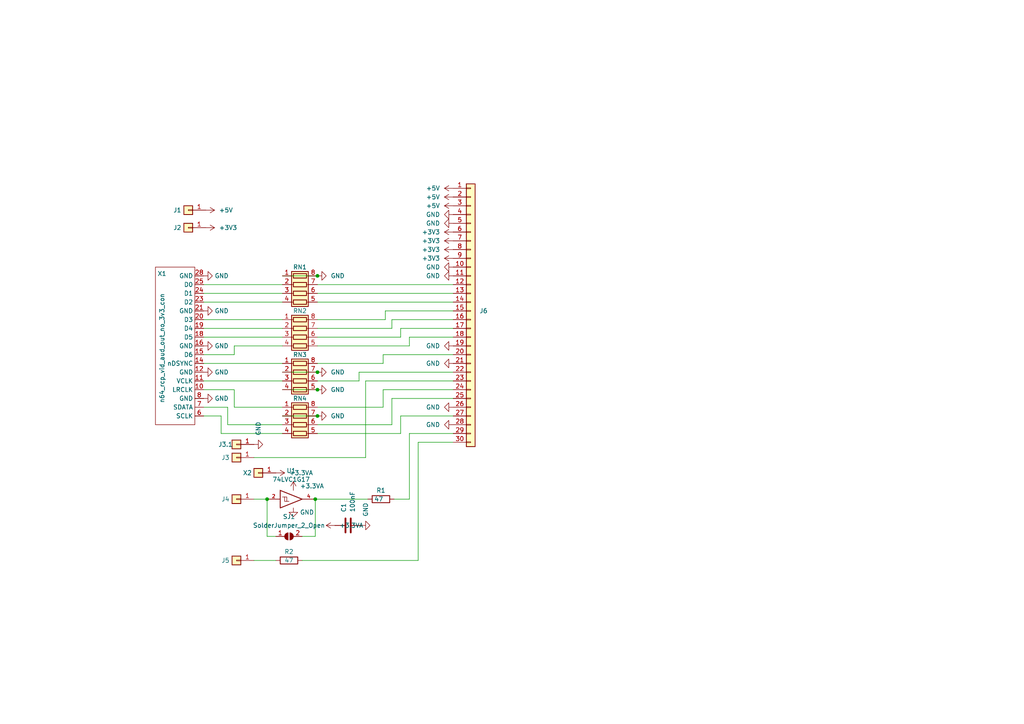
<source format=kicad_sch>
(kicad_sch (version 20211123) (generator eeschema)
  (paper "A4")
  (title_block (title "RCP2N64Adv2") (rev "v20220903") (company "Peter 'borti4938' Bartmann") (comment 1 "Schematic and PCB (c) 2021, 2022 by Peter Bartmann") (comment 2 "Licensed under CERN-OHL-W v2"))
  (lib_symbols
    (symbol "74xGxx:74LVC1G17" (pin_names (offset 1.016))
      (property "Reference" "U" (at -2.54 3.81 0))
      (property "Value" "74LVC1G17" (at 0 -3.81 0))
      (symbol "74LVC1G17_0_1"
        (polyline (pts (xy -2.54 0.635) (xy -1.905 0.635) (xy -1.905 -0.635)))
        (polyline (pts (xy -3.81 2.54) (xy -3.81 -2.54) (xy 2.54 0) (xy -3.81 2.54)) (stroke (width 0.254)))
        (polyline (pts (xy -3.175 0.635) (xy -2.54 0.635) (xy -2.54 -0.635) (xy -1.27 -0.635)))
      )
      (symbol "74LVC1G17_1_1"
        (pin input line (at -7.62 0 0) (length 3.81) (name "~") (number "2"))
        (pin power_in line (at 0 -2.54 270) (length 0) hide (name "GND") (number "3"))
        (pin output line (at 6.35 0 180) (length 3.81) (name "~") (number "4"))
        (pin power_in line (at 0 2.54 90) (length 0) hide (name "VCC") (number "5"))
      )
    )
    (symbol "Connector_Generic:Conn_01x01" (pin_names (offset 1.016) hide)
      (property "Reference" "J" (at 0 2.54 0))
      (property "Value" "Conn_01x01" (at 0 -2.54 0))
      (symbol "Conn_01x01_1_1"
        (rectangle (start -1.27 0.127) (end 0 -0.127) (stroke (width 0.1524)))
        (rectangle (start -1.27 1.27) (end 1.27 -1.27) (stroke (width 0.254)) (fill (type background)))
        (pin passive line (at -5.08 0 0) (length 3.81) (name "Pin_1") (number "1"))
      )
    )
    (symbol "Connector_Generic:Conn_01x30" (pin_names (offset 1.016) hide)
      (property "Reference" "J" (at 0 38.1 0))
      (property "Value" "Conn_01x30" (at 0 -40.64 0))
      (symbol "Conn_01x30_1_1"
        (rectangle (start -1.27 -37.973) (end 0 -38.227) (stroke (width 0.1524)))
        (rectangle (start -1.27 -35.433) (end 0 -35.687) (stroke (width 0.1524)))
        (rectangle (start -1.27 -32.893) (end 0 -33.147) (stroke (width 0.1524)))
        (rectangle (start -1.27 -30.353) (end 0 -30.607) (stroke (width 0.1524)))
        (rectangle (start -1.27 -27.813) (end 0 -28.067) (stroke (width 0.1524)))
        (rectangle (start -1.27 -25.273) (end 0 -25.527) (stroke (width 0.1524)))
        (rectangle (start -1.27 -22.733) (end 0 -22.987) (stroke (width 0.1524)))
        (rectangle (start -1.27 -20.193) (end 0 -20.447) (stroke (width 0.1524)))
        (rectangle (start -1.27 -17.653) (end 0 -17.907) (stroke (width 0.1524)))
        (rectangle (start -1.27 -15.113) (end 0 -15.367) (stroke (width 0.1524)))
        (rectangle (start -1.27 -12.573) (end 0 -12.827) (stroke (width 0.1524)))
        (rectangle (start -1.27 -10.033) (end 0 -10.287) (stroke (width 0.1524)))
        (rectangle (start -1.27 -7.493) (end 0 -7.747) (stroke (width 0.1524)))
        (rectangle (start -1.27 -4.953) (end 0 -5.207) (stroke (width 0.1524)))
        (rectangle (start -1.27 -2.413) (end 0 -2.667) (stroke (width 0.1524)))
        (rectangle (start -1.27 0.127) (end 0 -0.127) (stroke (width 0.1524)))
        (rectangle (start -1.27 2.667) (end 0 2.413) (stroke (width 0.1524)))
        (rectangle (start -1.27 5.207) (end 0 4.953) (stroke (width 0.1524)))
        (rectangle (start -1.27 7.747) (end 0 7.493) (stroke (width 0.1524)))
        (rectangle (start -1.27 10.287) (end 0 10.033) (stroke (width 0.1524)))
        (rectangle (start -1.27 12.827) (end 0 12.573) (stroke (width 0.1524)))
        (rectangle (start -1.27 15.367) (end 0 15.113) (stroke (width 0.1524)))
        (rectangle (start -1.27 17.907) (end 0 17.653) (stroke (width 0.1524)))
        (rectangle (start -1.27 20.447) (end 0 20.193) (stroke (width 0.1524)))
        (rectangle (start -1.27 22.987) (end 0 22.733) (stroke (width 0.1524)))
        (rectangle (start -1.27 25.527) (end 0 25.273) (stroke (width 0.1524)))
        (rectangle (start -1.27 28.067) (end 0 27.813) (stroke (width 0.1524)))
        (rectangle (start -1.27 30.607) (end 0 30.353) (stroke (width 0.1524)))
        (rectangle (start -1.27 33.147) (end 0 32.893) (stroke (width 0.1524)))
        (rectangle (start -1.27 35.687) (end 0 35.433) (stroke (width 0.1524)))
        (rectangle (start -1.27 36.83) (end 1.27 -39.37) (stroke (width 0.254)) (fill (type background)))
        (pin passive line (at -5.08 35.56 0) (length 3.81) (name "Pin_1") (number "1"))
        (pin passive line (at -5.08 12.7 0) (length 3.81) (name "Pin_10") (number "10"))
        (pin passive line (at -5.08 10.16 0) (length 3.81) (name "Pin_11") (number "11"))
        (pin passive line (at -5.08 7.62 0) (length 3.81) (name "Pin_12") (number "12"))
        (pin passive line (at -5.08 5.08 0) (length 3.81) (name "Pin_13") (number "13"))
        (pin passive line (at -5.08 2.54 0) (length 3.81) (name "Pin_14") (number "14"))
        (pin passive line (at -5.08 0 0) (length 3.81) (name "Pin_15") (number "15"))
        (pin passive line (at -5.08 -2.54 0) (length 3.81) (name "Pin_16") (number "16"))
        (pin passive line (at -5.08 -5.08 0) (length 3.81) (name "Pin_17") (number "17"))
        (pin passive line (at -5.08 -7.62 0) (length 3.81) (name "Pin_18") (number "18"))
        (pin passive line (at -5.08 -10.16 0) (length 3.81) (name "Pin_19") (number "19"))
        (pin passive line (at -5.08 33.02 0) (length 3.81) (name "Pin_2") (number "2"))
        (pin passive line (at -5.08 -12.7 0) (length 3.81) (name "Pin_20") (number "20"))
        (pin passive line (at -5.08 -15.24 0) (length 3.81) (name "Pin_21") (number "21"))
        (pin passive line (at -5.08 -17.78 0) (length 3.81) (name "Pin_22") (number "22"))
        (pin passive line (at -5.08 -20.32 0) (length 3.81) (name "Pin_23") (number "23"))
        (pin passive line (at -5.08 -22.86 0) (length 3.81) (name "Pin_24") (number "24"))
        (pin passive line (at -5.08 -25.4 0) (length 3.81) (name "Pin_25") (number "25"))
        (pin passive line (at -5.08 -27.94 0) (length 3.81) (name "Pin_26") (number "26"))
        (pin passive line (at -5.08 -30.48 0) (length 3.81) (name "Pin_27") (number "27"))
        (pin passive line (at -5.08 -33.02 0) (length 3.81) (name "Pin_28") (number "28"))
        (pin passive line (at -5.08 -35.56 0) (length 3.81) (name "Pin_29") (number "29"))
        (pin passive line (at -5.08 30.48 0) (length 3.81) (name "Pin_3") (number "3"))
        (pin passive line (at -5.08 -38.1 0) (length 3.81) (name "Pin_30") (number "30"))
        (pin passive line (at -5.08 27.94 0) (length 3.81) (name "Pin_4") (number "4"))
        (pin passive line (at -5.08 25.4 0) (length 3.81) (name "Pin_5") (number "5"))
        (pin passive line (at -5.08 22.86 0) (length 3.81) (name "Pin_6") (number "6"))
        (pin passive line (at -5.08 20.32 0) (length 3.81) (name "Pin_7") (number "7"))
        (pin passive line (at -5.08 17.78 0) (length 3.81) (name "Pin_8") (number "8"))
        (pin passive line (at -5.08 15.24 0) (length 3.81) (name "Pin_9") (number "9"))
      )
    )
    (symbol "Device:C" (pin_numbers hide) (pin_names (offset 0.254))
      (property "Reference" "C" (at 0.635 2.54 0))
      (property "Value" "C" (at 0.635 -2.54 0))
      (symbol "C_0_1"
        (polyline (pts (xy -2.032 -0.762) (xy 2.032 -0.762)) (stroke (width 0.508)))
        (polyline (pts (xy -2.032 0.762) (xy 2.032 0.762)) (stroke (width 0.508)))
      )
      (symbol "C_1_1"
        (pin passive line (at 0 3.81 270) (length 2.794) (name "~") (number "1"))
        (pin passive line (at 0 -3.81 90) (length 2.794) (name "~") (number "2"))
      )
    )
    (symbol "Device:R" (pin_numbers hide) (pin_names (offset 0))
      (property "Reference" "R" (at 2.032 0 90))
      (property "Value" "R" (at 0 0 90))
      (symbol "R_0_1"
        (rectangle (start -1.016 -2.54) (end 1.016 2.54) (stroke (width 0.254)))
      )
      (symbol "R_1_1"
        (pin passive line (at 0 3.81 270) (length 1.27) (name "~") (number "1"))
        (pin passive line (at 0 -3.81 90) (length 1.27) (name "~") (number "2"))
      )
    )
    (symbol "Device:R_Pack04" (pin_names (offset 0) hide)
      (property "Reference" "RN" (at -7.62 0 90))
      (property "Value" "R_Pack04" (at 5.08 0 90))
      (symbol "R_Pack04_0_1"
        (rectangle (start -6.35 -2.413) (end 3.81 2.413) (stroke (width 0.254)) (fill (type background)))
        (rectangle (start -5.715 1.905) (end -4.445 -1.905) (stroke (width 0.254)))
        (rectangle (start -3.175 1.905) (end -1.905 -1.905) (stroke (width 0.254)))
        (rectangle (start -0.635 1.905) (end 0.635 -1.905) (stroke (width 0.254)))
        (polyline (pts (xy -5.08 -2.54) (xy -5.08 -1.905)))
        (polyline (pts (xy -5.08 1.905) (xy -5.08 2.54)))
        (polyline (pts (xy -2.54 -2.54) (xy -2.54 -1.905)))
        (polyline (pts (xy -2.54 1.905) (xy -2.54 2.54)))
        (polyline (pts (xy 0 -2.54) (xy 0 -1.905)))
        (polyline (pts (xy 0 1.905) (xy 0 2.54)))
        (polyline (pts (xy 2.54 -2.54) (xy 2.54 -1.905)))
        (polyline (pts (xy 2.54 1.905) (xy 2.54 2.54)))
        (rectangle (start 1.905 1.905) (end 3.175 -1.905) (stroke (width 0.254)))
      )
      (symbol "R_Pack04_1_1"
        (pin passive line (at -5.08 -5.08 90) (length 2.54) (name "R1.1") (number "1"))
        (pin passive line (at -2.54 -5.08 90) (length 2.54) (name "R2.1") (number "2"))
        (pin passive line (at 0 -5.08 90) (length 2.54) (name "R3.1") (number "3"))
        (pin passive line (at 2.54 -5.08 90) (length 2.54) (name "R4.1") (number "4"))
        (pin passive line (at 2.54 5.08 270) (length 2.54) (name "R4.2") (number "5"))
        (pin passive line (at 0 5.08 270) (length 2.54) (name "R3.2") (number "6"))
        (pin passive line (at -2.54 5.08 270) (length 2.54) (name "R2.2") (number "7"))
        (pin passive line (at -5.08 5.08 270) (length 2.54) (name "R1.2") (number "8"))
      )
    )
    (symbol "Jumper:SolderJumper_2_Open" (pin_names (offset 0) hide)
      (property "Reference" "JP" (at 0 2.032 0))
      (property "Value" "SolderJumper_2_Open" (at 0 -2.54 0))
      (symbol "SolderJumper_2_Open_0_1"
        (arc (start -0.254 1.016) (mid -1.27 0) (end -0.254 -1.016))
        (arc (start -0.254 1.016) (mid -1.27 0) (end -0.254 -1.016) (fill (type outline)))
        (polyline (pts (xy -0.254 1.016) (xy -0.254 -1.016)))
        (polyline (pts (xy 0.254 1.016) (xy 0.254 -1.016)))
        (arc (start 0.254 -1.016) (mid 1.27 0) (end 0.254 1.016))
        (arc (start 0.254 -1.016) (mid 1.27 0) (end 0.254 1.016) (fill (type outline)))
      )
      (symbol "SolderJumper_2_Open_1_1"
        (pin passive line (at -3.81 0 0) (length 2.54) (name "A") (number "1"))
        (pin passive line (at 3.81 0 180) (length 2.54) (name "B") (number "2"))
      )
    )
    (symbol "n64_rcp:n64_rcp_vid_aud_out_no_3v3_con"
      (property "Reference" "X" (at -2.54 24.13 0))
      (property "Value" "n64_rcp_vid_aud_out_no_3v3_con" (at -6.35 2.54 90))
      (symbol "n64_rcp_vid_aud_out_no_3v3_con_0_1"
        (rectangle (start -7.62 22.86) (end 3.81 -22.86))
      )
      (symbol "n64_rcp_vid_aud_out_no_3v3_con_1_1"
        (pin output line (at 6.35 -12.7 180) (length 2.54) (name "LRCLK") (number "10"))
        (pin output line (at 6.35 -10.16 180) (length 2.54) (name "VCLK") (number "11"))
        (pin power_out line (at 6.35 -7.62 180) (length 2.54) (name "GND") (number "12"))
        (pin output line (at 6.35 -5.08 180) (length 2.54) (name "nDSYNC") (number "14"))
        (pin output line (at 6.35 -2.54 180) (length 2.54) (name "D6") (number "15"))
        (pin power_out line (at 6.35 0 180) (length 2.54) (name "GND") (number "16"))
        (pin output line (at 6.35 2.54 180) (length 2.54) (name "D5") (number "18"))
        (pin output line (at 6.35 5.08 180) (length 2.54) (name "D4") (number "19"))
        (pin output line (at 6.35 7.62 180) (length 2.54) (name "D3") (number "20"))
        (pin power_out line (at 6.35 10.16 180) (length 2.54) (name "GND") (number "21"))
        (pin output line (at 6.35 12.7 180) (length 2.54) (name "D2") (number "23"))
        (pin output line (at 6.35 15.24 180) (length 2.54) (name "D1") (number "24"))
        (pin output line (at 6.35 17.78 180) (length 2.54) (name "D0") (number "25"))
        (pin power_out line (at 6.35 20.32 180) (length 2.54) (name "GND") (number "28"))
        (pin output line (at 6.35 -20.32 180) (length 2.54) (name "SCLK") (number "6"))
        (pin output line (at 6.35 -17.78 180) (length 2.54) (name "SDATA") (number "7"))
        (pin power_out line (at 6.35 -15.24 180) (length 2.54) (name "GND") (number "8"))
      )
    )
    (symbol "power:+3.3VA" (power) (pin_names (offset 0))
      (property "Value" "+3.3VA" (at 0 3.556 0))
      (symbol "+3.3VA_0_1"
        (polyline (pts (xy -0.762 1.27) (xy 0 2.54)))
        (polyline (pts (xy 0 0) (xy 0 2.54)))
        (polyline (pts (xy 0 2.54) (xy 0.762 1.27)))
      )
      (symbol "+3.3VA_1_1"
        (pin power_in line (at 0 0 90) (length 0) hide (name "+3.3VA") (number "1"))
      )
    )
    (symbol "power:+3V3" (power) (pin_names (offset 0))
      (property "Value" "+3V3" (at 0 3.556 0))
      (symbol "+3V3_0_1"
        (polyline (pts (xy -0.762 1.27) (xy 0 2.54)))
        (polyline (pts (xy 0 0) (xy 0 2.54)))
        (polyline (pts (xy 0 2.54) (xy 0.762 1.27)))
      )
      (symbol "+3V3_1_1"
        (pin power_in line (at 0 0 90) (length 0) hide (name "+3V3") (number "1"))
      )
    )
    (symbol "power:+5V" (power) (pin_names (offset 0))
      (property "Value" "+5V" (at 0 3.556 0))
      (symbol "+5V_0_1"
        (polyline (pts (xy -0.762 1.27) (xy 0 2.54)))
        (polyline (pts (xy 0 0) (xy 0 2.54)))
        (polyline (pts (xy 0 2.54) (xy 0.762 1.27)))
      )
      (symbol "+5V_1_1"
        (pin power_in line (at 0 0 90) (length 0) hide (name "+5V") (number "1"))
      )
    )
    (symbol "power:GND" (power) (pin_names (offset 0))
      (property "Value" "GND" (at 0 -3.81 0))
      (symbol "GND_0_1"
        (polyline (pts (xy 0 0) (xy 0 -1.27) (xy 1.27 -1.27) (xy 0 -2.54) (xy -1.27 -1.27) (xy 0 -1.27)))
      )
      (symbol "GND_1_1"
        (pin power_in line (at 0 0 270) (length 0) hide (name "GND") (number "1"))
      )
    )
  )
  (junction (at 77.47 144.78))
  (junction (at 92.075 80.01))
  (junction (at 92.075 113.03))
  (junction (at 91.44 144.78))
  (junction (at 92.075 107.95))
  (junction (at 92.075 120.65))
  (wire (pts (xy 92.075 95.25) (xy 113.665 95.25)))
  (wire (pts (xy 87.63 155.575) (xy 91.44 155.575)))
  (wire (pts (xy 116.205 120.65) (xy 131.445 120.65)))
  (wire (pts (xy 106.68 144.78) (xy 91.44 144.78)))
  (wire (pts (xy 116.205 95.25) (xy 131.445 95.25)))
  (wire (pts (xy 67.945 100.33) (xy 67.945 102.87)))
  (wire (pts (xy 92.075 82.55) (xy 131.445 82.55)))
  (wire (pts (xy 73.66 132.715) (xy 106.045 132.715)))
  (wire (pts (xy 111.125 102.87) (xy 131.445 102.87)))
  (wire (pts (xy 59.055 87.63) (xy 81.915 87.63)))
  (wire (pts (xy 92.075 85.09) (xy 131.445 85.09)))
  (wire (pts (xy 73.66 162.56) (xy 80.01 162.56)))
  (wire (pts (xy 64.135 125.73) (xy 64.135 120.65)))
  (wire (pts (xy 81.915 113.03) (xy 92.075 113.03)))
  (wire (pts (xy 92.075 123.19) (xy 113.665 123.19)))
  (wire (pts (xy 116.205 97.79) (xy 116.205 95.25)))
  (wire (pts (xy 59.055 110.49) (xy 81.915 110.49)))
  (wire (pts (xy 113.665 115.57) (xy 131.445 115.57)))
  (wire (pts (xy 113.665 95.25) (xy 113.665 92.71)))
  (wire (pts (xy 131.445 125.73) (xy 118.745 125.73)))
  (wire (pts (xy 113.665 92.71) (xy 131.445 92.71)))
  (wire (pts (xy 92.075 110.49) (xy 104.14 110.49)))
  (wire (pts (xy 92.075 87.63) (xy 131.445 87.63)))
  (wire (pts (xy 59.055 92.71) (xy 81.915 92.71)))
  (wire (pts (xy 59.055 118.11) (xy 66.04 118.11)))
  (wire (pts (xy 59.055 105.41) (xy 81.915 105.41)))
  (wire (pts (xy 118.745 144.78) (xy 114.3 144.78)))
  (wire (pts (xy 131.445 128.27) (xy 121.285 128.27)))
  (wire (pts (xy 81.915 125.73) (xy 64.135 125.73)))
  (wire (pts (xy 77.47 144.78) (xy 77.47 155.575)))
  (wire (pts (xy 104.14 107.95) (xy 104.14 110.49)))
  (wire (pts (xy 59.055 82.55) (xy 81.915 82.55)))
  (wire (pts (xy 64.135 120.65) (xy 59.055 120.65)))
  (wire (pts (xy 81.915 107.95) (xy 92.075 107.95)))
  (wire (pts (xy 106.045 110.49) (xy 106.045 132.715)))
  (wire (pts (xy 111.125 105.41) (xy 111.125 102.87)))
  (wire (pts (xy 92.075 118.11) (xy 111.125 118.11)))
  (wire (pts (xy 92.075 100.33) (xy 118.745 100.33)))
  (wire (pts (xy 67.945 102.87) (xy 59.055 102.87)))
  (wire (pts (xy 77.47 155.575) (xy 80.01 155.575)))
  (wire (pts (xy 118.745 125.73) (xy 118.745 144.78)))
  (wire (pts (xy 59.055 85.09) (xy 81.915 85.09)))
  (wire (pts (xy 59.055 95.25) (xy 81.915 95.25)))
  (wire (pts (xy 111.125 118.11) (xy 111.125 113.03)))
  (wire (pts (xy 92.075 92.71) (xy 111.76 92.71)))
  (wire (pts (xy 121.285 128.27) (xy 121.285 162.56)))
  (wire (pts (xy 59.055 97.79) (xy 81.915 97.79)))
  (wire (pts (xy 66.04 123.19) (xy 81.915 123.19)))
  (wire (pts (xy 118.745 100.33) (xy 118.745 97.79)))
  (wire (pts (xy 92.075 105.41) (xy 111.125 105.41)))
  (wire (pts (xy 92.075 125.73) (xy 116.205 125.73)))
  (wire (pts (xy 73.66 144.78) (xy 77.47 144.78)))
  (wire (pts (xy 118.745 97.79) (xy 131.445 97.79)))
  (wire (pts (xy 59.055 113.03) (xy 67.945 113.03)))
  (wire (pts (xy 91.44 155.575) (xy 91.44 144.78)))
  (wire (pts (xy 111.125 113.03) (xy 131.445 113.03)))
  (wire (pts (xy 81.915 120.65) (xy 92.075 120.65)))
  (wire (pts (xy 111.76 90.17) (xy 131.445 90.17)))
  (wire (pts (xy 66.04 118.11) (xy 66.04 123.19)))
  (wire (pts (xy 81.915 100.33) (xy 67.945 100.33)))
  (wire (pts (xy 81.915 80.01) (xy 92.075 80.01)))
  (wire (pts (xy 67.945 118.11) (xy 81.915 118.11)))
  (wire (pts (xy 106.045 110.49) (xy 131.445 110.49)))
  (wire (pts (xy 92.075 97.79) (xy 116.205 97.79)))
  (wire (pts (xy 104.14 107.95) (xy 131.445 107.95)))
  (wire (pts (xy 116.205 125.73) (xy 116.205 120.65)))
  (wire (pts (xy 111.76 92.71) (xy 111.76 90.17)))
  (wire (pts (xy 121.285 162.56) (xy 87.63 162.56)))
  (wire (pts (xy 67.945 113.03) (xy 67.945 118.11)))
  (wire (pts (xy 113.665 123.19) (xy 113.665 115.57)))
  (symbol (lib_id "power:GND") (at 131.445 100.33 270) (unit 1)
    (property "Reference" "#PWR0122" (effects hide))
    (property "Value" "GND" (at 127.635 100.3299 90) (effects (justify right)))
  )
  (symbol (lib_id "power:GND") (at 131.445 77.47 270) (unit 1)
    (property "Reference" "#PWR0114" (effects hide))
    (property "Value" "GND" (at 127.635 77.4699 90) (effects (justify right)))
  )
  (symbol (lib_id "Device:R") (at 83.82 162.56 90) (unit 1)
    (property "Reference" "R2" (at 83.82 160.02 90))
    (property "Value" "47" (at 83.82 162.56 90))
    (property "Footprint" "Resistor_SMD:R_0603_1608Metric_Pad0.98x0.95mm_HandSolder" (effects hide))
  )
  (symbol (lib_id "power:+3V3") (at 59.69 66.04 270) (unit 1)
    (property "Reference" "#PWR0102" (effects hide))
    (property "Value" "+3V3" (at 63.5 66.0399 90) (effects (justify left)))
  )
  (symbol (lib_id "power:GND") (at 73.66 128.905 90) (unit 1)
    (property "Reference" "#PWR0127" (effects hide))
    (property "Value" "GND" (at 74.9299 126.365 0) (effects (justify left)))
  )
  (symbol (lib_id "power:GND") (at 59.055 100.33 90) (unit 1)
    (property "Reference" "#PWR0104" (effects hide))
    (property "Value" "GND" (at 62.23 100.3299 90) (effects (justify right)))
  )
  (symbol (lib_id "Device:R_Pack04") (at 86.995 97.79 270) (unit 1)
    (property "Reference" "RN2" (at 86.995 90.17 90))
    (property "Value" "R_Pack04" (effects hide))
    (property "Footprint" "Resistor_SMD:R_Array_Convex_4x0603" (effects hide))
  )
  (symbol (lib_id "74xGxx:74LVC1G17") (at 85.09 144.78 0) (unit 1)
    (property "Reference" "U1" (at 84.455 136.525 0))
    (property "Value" "74LVC1G17" (at 84.455 139.065 0))
    (property "Footprint" "Package_SO:TSOP-5_1.65x3.05mm_P0.95mm" (effects hide))
    (property "Datasheet" "http://www.ti.com/lit/sg/scyt129e/scyt129e.pdf" (effects hide))
  )
  (symbol (lib_id "n64_rcp:n64_rcp_vid_aud_out_no_3v3_con") (at 52.705 100.33 0) (unit 1) (in_bom no)
    (property "Reference" "X1" (at 46.99 79.375 0))
    (property "Value" "n64_rcp_vid_aud_out_no_3v3_con" (at 46.99 100.965 90))
    (property "Footprint" "n64rcp:Connector_RCP_Vi+Aud_Interface_no_3V3" (effects hide))
  )
  (symbol (lib_id "power:GND") (at 104.775 152.4 90) (unit 1)
    (property "Reference" "#PWR0130" (effects hide))
    (property "Value" "GND" (at 106.0449 149.86 0) (effects (justify left)))
  )
  (symbol (lib_id "Connector_Generic:Conn_01x01") (at 54.61 60.96 180) (unit 1) (in_bom no)
    (property "Reference" "J1" (at 51.435 60.96 0))
    (property "Value" "Conn_01x01" (effects hide))
    (property "Footprint" "smd_edge_con:large" (effects hide))
  )
  (symbol (lib_id "power:+5V") (at 131.445 59.69 90) (unit 1)
    (property "Reference" "#PWR0111" (effects hide))
    (property "Value" "+5V" (at 127.635 59.6899 90) (effects (justify left)))
  )
  (symbol (lib_id "power:GND") (at 131.445 123.19 270) (unit 1)
    (property "Reference" "#PWR0120" (effects hide))
    (property "Value" "GND" (at 127.635 123.1899 90) (effects (justify right)))
  )
  (symbol (lib_id "Device:R") (at 110.49 144.78 90) (unit 1)
    (property "Reference" "R1" (at 110.49 142.24 90))
    (property "Value" "47" (at 109.855 144.78 90))
    (property "Footprint" "Resistor_SMD:R_0603_1608Metric_Pad0.98x0.95mm_HandSolder" (effects hide))
  )
  (symbol (lib_id "Connector_Generic:Conn_01x01") (at 68.58 144.78 180) (unit 1) (in_bom no)
    (property "Reference" "J4" (at 65.405 144.78 0))
    (property "Value" "Conn_01x01" (effects hide))
    (property "Footprint" "smd_edge_con:medium" (effects hide))
  )
  (symbol (lib_id "power:GND") (at 92.075 80.01 90) (unit 1)
    (property "Reference" "#PWR0108" (effects hide))
    (property "Value" "GND" (at 95.885 80.0099 90) (effects (justify right)))
  )
  (symbol (lib_id "power:GND") (at 59.055 107.95 90) (unit 1)
    (property "Reference" "#PWR0107" (effects hide))
    (property "Value" "GND" (at 62.23 107.9499 90) (effects (justify right)))
  )
  (symbol (lib_id "power:GND") (at 59.055 90.17 90) (unit 1)
    (property "Reference" "#PWR0105" (effects hide))
    (property "Value" "GND" (at 62.23 90.1699 90) (effects (justify right)))
  )
  (symbol (lib_id "power:GND") (at 131.445 118.11 270) (unit 1)
    (property "Reference" "#PWR0121" (effects hide))
    (property "Value" "GND" (at 127.635 118.1099 90) (effects (justify right)))
  )
  (symbol (lib_id "power:+3V3") (at 131.445 74.93 90) (unit 1)
    (property "Reference" "#PWR0118" (effects hide))
    (property "Value" "+3V3" (at 127.635 74.9299 90) (effects (justify left)))
  )
  (symbol (lib_id "Connector_Generic:Conn_01x01") (at 68.58 132.715 180) (unit 1) (in_bom no)
    (property "Reference" "J3" (at 65.405 132.715 0))
    (property "Value" "Conn_01x01" (effects hide))
    (property "Footprint" "TestPoint:TestPoint_Pad_D1.5mm" (effects hide))
  )
  (symbol (lib_id "power:+3V3") (at 131.445 67.31 90) (unit 1)
    (property "Reference" "#PWR0116" (effects hide))
    (property "Value" "+3V3" (at 127.635 67.3099 90) (effects (justify left)))
  )
  (symbol (lib_id "power:+3V3") (at 131.445 69.85 90) (unit 1)
    (property "Reference" "#PWR0117" (effects hide))
    (property "Value" "+3V3" (at 127.635 69.8499 90) (effects (justify left)))
  )
  (symbol (lib_id "power:GND") (at 131.445 62.23 270) (unit 1)
    (property "Reference" "#PWR0112" (effects hide))
    (property "Value" "GND" (at 127.635 62.2299 90) (effects (justify right)))
  )
  (symbol (lib_id "power:GND") (at 131.445 80.01 270) (unit 1)
    (property "Reference" "#PWR0109" (effects hide))
    (property "Value" "GND" (at 127.635 80.0099 90) (effects (justify right)))
  )
  (symbol (lib_id "Jumper:SolderJumper_2_Open") (at 83.82 155.575 0) (unit 1) (in_bom no)
    (property "Reference" "SJ1" (at 83.82 149.86 0))
    (property "Value" "SolderJumper_2_Open" (at 83.82 152.4 0))
    (property "Footprint" "Jumper:SolderJumper-2_P1.3mm_Open_RoundedPad1.0x1.5mm" (effects hide))
  )
  (symbol (lib_id "power:+3.3VA") (at 97.155 152.4 90) (unit 1)
    (property "Reference" "#PWR0132" (effects hide))
    (property "Value" "+3.3VA" (at 98.425 152.3999 90) (effects (justify right)))
  )
  (symbol (lib_id "Connector_Generic:Conn_01x01") (at 68.58 162.56 180) (unit 1) (in_bom no)
    (property "Reference" "J5" (at 65.405 162.56 0))
    (property "Value" "Conn_01x01" (effects hide))
    (property "Footprint" "smd_edge_con:medium" (effects hide))
  )
  (symbol (lib_id "power:GND") (at 85.09 147.32 0) (unit 1)
    (property "Reference" "#PWR0129" (effects hide))
    (property "Value" "GND" (at 86.995 148.5899 0) (effects (justify left)))
  )
  (symbol (lib_id "power:+5V") (at 131.445 54.61 90) (unit 1)
    (property "Reference" "#PWR0110" (effects hide))
    (property "Value" "+5V" (at 127.635 54.6099 90) (effects (justify left)))
  )
  (symbol (lib_id "power:GND") (at 59.055 115.57 90) (unit 1)
    (property "Reference" "#PWR0106" (effects hide))
    (property "Value" "GND" (at 62.23 115.5699 90) (effects (justify right)))
  )
  (symbol (lib_id "power:+3.3VA") (at 80.01 137.16 270) (unit 1)
    (property "Reference" "#PWR0128" (effects hide))
    (property "Value" "+3.3VA" (at 83.82 137.1599 90) (effects (justify left)))
  )
  (symbol (lib_id "Connector_Generic:Conn_01x01") (at 68.58 128.905 180) (unit 1) (in_bom no)
    (property "Reference" "J3.1" (at 65.405 128.905 0))
    (property "Value" "Conn_01x01" (effects hide))
    (property "Footprint" "TestPoint:TestPoint_Pad_D1.5mm" (effects hide))
  )
  (symbol (lib_id "Connector_Generic:Conn_01x30") (at 136.525 90.17 0) (unit 1) (in_bom no)
    (property "Reference" "J6" (at 139.065 90.1699 0) (effects (justify left)))
    (property "Value" "Conn_01x30" (effects hide))
    (property "Footprint" "ffc_cable_edge:EDGE-FH12-30S-0.5SH" (effects hide))
  )
  (symbol (lib_id "power:GND") (at 131.445 64.77 270) (unit 1)
    (property "Reference" "#PWR0115" (effects hide))
    (property "Value" "GND" (at 127.635 64.7699 90) (effects (justify right)))
  )
  (symbol (lib_id "power:+5V") (at 131.445 57.15 90) (unit 1)
    (property "Reference" "#PWR0113" (effects hide))
    (property "Value" "+5V" (at 127.635 57.1499 90) (effects (justify left)))
  )
  (symbol (lib_id "power:GND") (at 92.075 107.95 90) (unit 1)
    (property "Reference" "#PWR0124" (effects hide))
    (property "Value" "GND" (at 95.885 107.9499 90) (effects (justify right)))
  )
  (symbol (lib_id "power:GND") (at 92.075 120.65 90) (unit 1)
    (property "Reference" "#PWR0126" (effects hide))
    (property "Value" "GND" (at 95.885 120.6499 90) (effects (justify right)))
  )
  (symbol (lib_id "Device:R_Pack04") (at 86.995 110.49 270) (unit 1)
    (property "Reference" "RN3" (at 86.995 102.87 90))
    (property "Value" "R_Pack04" (effects hide))
    (property "Footprint" "Resistor_SMD:R_Array_Convex_4x0603" (effects hide))
  )
  (symbol (lib_id "power:+5V") (at 59.69 60.96 270) (unit 1)
    (property "Reference" "#PWR0101" (effects hide))
    (property "Value" "+5V" (at 63.5 60.9599 90) (effects (justify left)))
  )
  (symbol (lib_id "power:GND") (at 92.075 113.03 90) (unit 1)
    (property "Reference" "#PWR0125" (effects hide))
    (property "Value" "GND" (at 95.885 113.0299 90) (effects (justify right)))
  )
  (symbol (lib_id "power:+3.3VA") (at 85.09 142.24 0) (unit 1)
    (property "Reference" "#PWR0131" (effects hide))
    (property "Value" "+3.3VA" (at 86.995 140.9699 0) (effects (justify left)))
  )
  (symbol (lib_id "Device:R_Pack04") (at 86.995 85.09 270) (unit 1)
    (property "Reference" "RN1" (at 86.995 77.47 90))
    (property "Value" "R_Pack04" (effects hide))
    (property "Footprint" "Resistor_SMD:R_Array_Convex_4x0603" (effects hide))
  )
  (symbol (lib_id "power:+3V3") (at 131.445 72.39 90) (unit 1)
    (property "Reference" "#PWR0119" (effects hide))
    (property "Value" "+3V3" (at 127.635 72.3899 90) (effects (justify left)))
  )
  (symbol (lib_id "Connector_Generic:Conn_01x01") (at 74.93 137.16 180) (unit 1) (in_bom no)
    (property "Reference" "X2" (at 71.755 137.16 0))
    (property "Value" "Conn_01x01" (effects hide))
    (property "Footprint" "smd_edge_con:small" (effects hide))
  )
  (symbol (lib_id "power:GND") (at 131.445 105.41 270) (unit 1)
    (property "Reference" "#PWR0123" (effects hide))
    (property "Value" "GND" (at 127.635 105.4099 90) (effects (justify right)))
  )
  (symbol (lib_id "power:GND") (at 59.055 80.01 90) (unit 1)
    (property "Reference" "#PWR0103" (effects hide))
    (property "Value" "GND" (at 62.23 80.0099 90) (effects (justify right)))
  )
  (symbol (lib_id "Connector_Generic:Conn_01x01") (at 54.61 66.04 180) (unit 1) (in_bom no)
    (property "Reference" "J2" (at 51.435 66.04 0))
    (property "Value" "Conn_01x01" (effects hide))
    (property "Footprint" "smd_edge_con:large" (effects hide))
  )
  (symbol (lib_id "Device:R_Pack04") (at 86.995 123.19 270) (unit 1)
    (property "Reference" "RN4" (at 86.995 115.57 90))
    (property "Value" "R_Pack04" (effects hide))
    (property "Footprint" "Resistor_SMD:R_Array_Convex_4x0603" (effects hide))
  )
  (symbol (lib_id "Device:C") (at 100.965 152.4 90) (unit 1)
    (property "Reference" "C1" (at 99.6949 148.59 0) (effects (justify left)))
    (property "Value" "100nF" (at 102.2349 148.59 0) (effects (justify left)))
    (property "Footprint" "Capacitor_SMD:C_0603_1608Metric_Pad1.08x0.95mm_HandSolder" (effects hide))
  )
)
</source>
